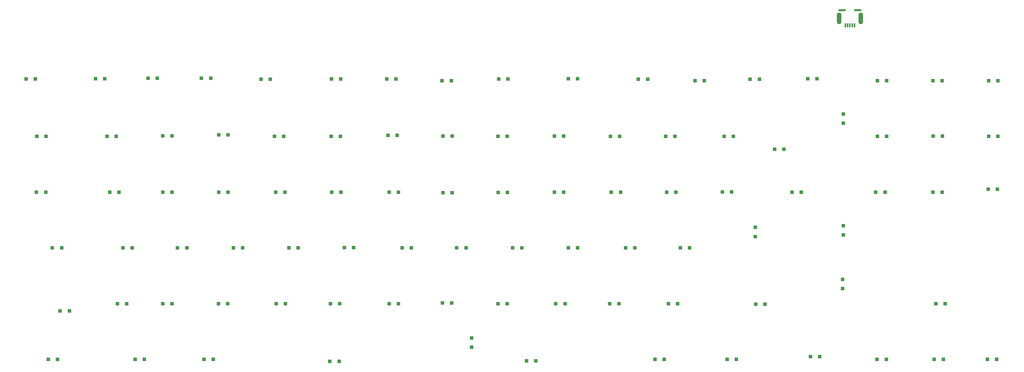
<source format=gbp>
G04 #@! TF.GenerationSoftware,KiCad,Pcbnew,(5.0.0-rc2-dev-733-g23a9fcd91)*
G04 #@! TF.CreationDate,2018-09-05T17:39:11-04:00*
G04 #@! TF.ProjectId,comp1800,636F6D70313830302E6B696361645F70,rev?*
G04 #@! TF.SameCoordinates,Original*
G04 #@! TF.FileFunction,Paste,Bot*
G04 #@! TF.FilePolarity,Positive*
%FSLAX46Y46*%
G04 Gerber Fmt 4.6, Leading zero omitted, Abs format (unit mm)*
G04 Created by KiCad (PCBNEW (5.0.0-rc2-dev-733-g23a9fcd91)) date 09/05/18 17:39:11*
%MOMM*%
%LPD*%
G01*
G04 APERTURE LIST*
%ADD10R,1.200000X1.200000*%
%ADD11R,2.350000X0.800000*%
%ADD12R,0.500000X1.400000*%
%ADD13O,1.500000X4.000000*%
G04 APERTURE END LIST*
D10*
X45925000Y-43400000D03*
X49075000Y-43400000D03*
X72675000Y-43300000D03*
X69525000Y-43300000D03*
X90575000Y-43200000D03*
X87425000Y-43200000D03*
X108700000Y-43200000D03*
X105550000Y-43200000D03*
X125825000Y-43500000D03*
X128975000Y-43500000D03*
X149825000Y-43400000D03*
X152975000Y-43400000D03*
X168625000Y-43400000D03*
X171775000Y-43400000D03*
X190575000Y-44000000D03*
X187425000Y-44000000D03*
X209875000Y-43400000D03*
X206725000Y-43400000D03*
X233575000Y-43300000D03*
X230425000Y-43300000D03*
X257375000Y-43500000D03*
X254225000Y-43500000D03*
X276675000Y-44000000D03*
X273525000Y-44000000D03*
X292250000Y-43500000D03*
X295400000Y-43500000D03*
X314975000Y-43300000D03*
X311825000Y-43300000D03*
X338675000Y-44000000D03*
X335525000Y-44000000D03*
X354425000Y-44000000D03*
X357575000Y-44000000D03*
X373425000Y-44000000D03*
X376575000Y-44000000D03*
X324000000Y-96575000D03*
X324000000Y-93425000D03*
X52675000Y-63000000D03*
X49525000Y-63000000D03*
X73425000Y-63000000D03*
X76575000Y-63000000D03*
X92425000Y-62800000D03*
X95575000Y-62800000D03*
X114575000Y-62500000D03*
X111425000Y-62500000D03*
X130425000Y-63000000D03*
X133575000Y-63000000D03*
X152875000Y-63000000D03*
X149725000Y-63000000D03*
X169000000Y-62600000D03*
X172150000Y-62600000D03*
X187750000Y-62900000D03*
X190900000Y-62900000D03*
X209575000Y-63000000D03*
X206425000Y-63000000D03*
X228800000Y-62900000D03*
X225650000Y-62900000D03*
X247875000Y-63000000D03*
X244725000Y-63000000D03*
X263525000Y-63000000D03*
X266675000Y-63000000D03*
X283425000Y-63000000D03*
X286575000Y-63000000D03*
X324000000Y-55325000D03*
X324000000Y-58475000D03*
X303750000Y-67400000D03*
X300600000Y-67400000D03*
X338675000Y-63000000D03*
X335525000Y-63000000D03*
X354525000Y-62900000D03*
X357675000Y-62900000D03*
X376575000Y-63000000D03*
X373425000Y-63000000D03*
X323700000Y-111750000D03*
X323700000Y-114900000D03*
X49425000Y-82000000D03*
X52575000Y-82000000D03*
X74325000Y-82000000D03*
X77475000Y-82000000D03*
X92425000Y-82000000D03*
X95575000Y-82000000D03*
X114575000Y-82000000D03*
X111425000Y-82000000D03*
X130850000Y-82000000D03*
X134000000Y-82000000D03*
X153000000Y-82000000D03*
X149850000Y-82000000D03*
X172575000Y-82000000D03*
X169425000Y-82000000D03*
X190875000Y-82200000D03*
X187725000Y-82200000D03*
X206550000Y-82100000D03*
X209700000Y-82100000D03*
X228775000Y-82000000D03*
X225625000Y-82000000D03*
X245000000Y-82000000D03*
X248150000Y-82000000D03*
X267000000Y-82000000D03*
X263850000Y-82000000D03*
X282825000Y-81900000D03*
X285975000Y-81900000D03*
X309675000Y-82000000D03*
X306525000Y-82000000D03*
X338150000Y-82000000D03*
X335000000Y-82000000D03*
X357575000Y-82000000D03*
X354425000Y-82000000D03*
X373225000Y-81000000D03*
X376375000Y-81000000D03*
X54850000Y-101000000D03*
X58000000Y-101000000D03*
X78850000Y-101000000D03*
X82000000Y-101000000D03*
X100575000Y-101000000D03*
X97425000Y-101000000D03*
X116425000Y-101000000D03*
X119575000Y-101000000D03*
X138475000Y-101000000D03*
X135325000Y-101000000D03*
X154225000Y-100900000D03*
X157375000Y-100900000D03*
X173850000Y-101000000D03*
X177000000Y-101000000D03*
X195575000Y-101000000D03*
X192425000Y-101000000D03*
X214575000Y-101000000D03*
X211425000Y-101000000D03*
X230425000Y-101000000D03*
X233575000Y-101000000D03*
X249850000Y-101000000D03*
X253000000Y-101000000D03*
X271675000Y-101000000D03*
X268525000Y-101000000D03*
X294000000Y-97150000D03*
X294000000Y-94000000D03*
X60625000Y-122525000D03*
X57475000Y-122525000D03*
X77000000Y-120000000D03*
X80150000Y-120000000D03*
X92425000Y-120000000D03*
X95575000Y-120000000D03*
X114475000Y-120000000D03*
X111325000Y-120000000D03*
X134150000Y-120000000D03*
X131000000Y-120000000D03*
X149425000Y-120000000D03*
X152575000Y-120000000D03*
X169425000Y-120000000D03*
X172575000Y-120000000D03*
X190675000Y-119800000D03*
X187525000Y-119800000D03*
X206425000Y-120000000D03*
X209575000Y-120000000D03*
X226125000Y-120000000D03*
X229275000Y-120000000D03*
X247575000Y-120000000D03*
X244425000Y-120000000D03*
X264425000Y-120000000D03*
X267575000Y-120000000D03*
X297325000Y-120200000D03*
X294175000Y-120200000D03*
X355425000Y-120000000D03*
X358575000Y-120000000D03*
X56575000Y-139000000D03*
X53425000Y-139000000D03*
X83000000Y-139000000D03*
X86150000Y-139000000D03*
X106425000Y-139000000D03*
X109575000Y-139000000D03*
X149250000Y-139700000D03*
X152400000Y-139700000D03*
X197500000Y-131725000D03*
X197500000Y-134875000D03*
X219300000Y-139500000D03*
X216150000Y-139500000D03*
X259850000Y-139000000D03*
X263000000Y-139000000D03*
X287575000Y-139000000D03*
X284425000Y-139000000D03*
X312750000Y-138112500D03*
X315900000Y-138112500D03*
X338575000Y-139000000D03*
X335425000Y-139000000D03*
X354850000Y-139000000D03*
X358000000Y-139000000D03*
X376150000Y-139000000D03*
X373000000Y-139000000D03*
D11*
X328875000Y-19930000D03*
X323525000Y-19930000D03*
D12*
X324600000Y-25130000D03*
X325400000Y-25130000D03*
X326200000Y-25130000D03*
X327000000Y-25130000D03*
X327800000Y-25130000D03*
D13*
X322550000Y-22730000D03*
X329850000Y-22730000D03*
M02*

</source>
